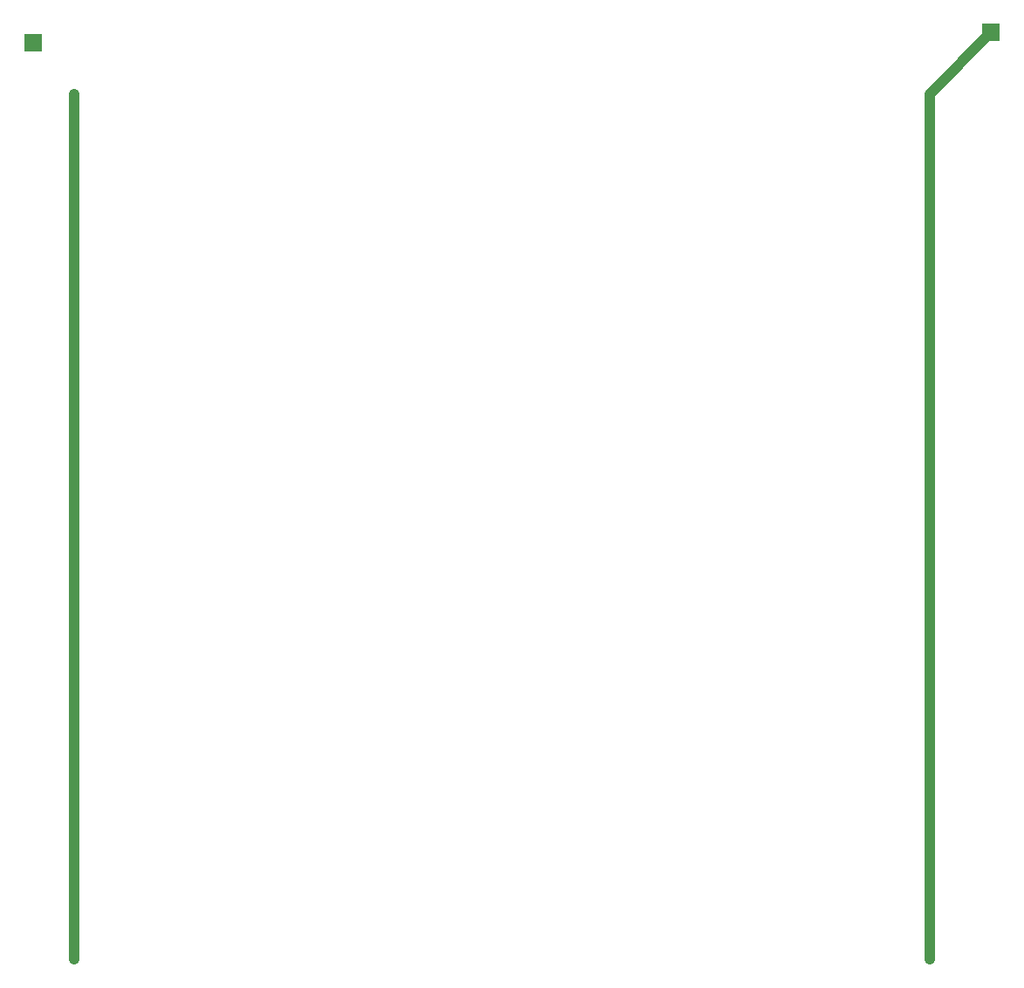
<source format=gbr>
G04 #@! TF.GenerationSoftware,KiCad,Pcbnew,(5.1.5)-3*
G04 #@! TF.CreationDate,2020-04-01T16:02:12+02:00*
G04 #@! TF.ProjectId,elektrode_v1,656c656b-7472-46f6-9465-5f76312e6b69,rev?*
G04 #@! TF.SameCoordinates,Original*
G04 #@! TF.FileFunction,Copper,L2,Bot*
G04 #@! TF.FilePolarity,Positive*
%FSLAX46Y46*%
G04 Gerber Fmt 4.6, Leading zero omitted, Abs format (unit mm)*
G04 Created by KiCad (PCBNEW (5.1.5)-3) date 2020-04-01 16:02:12*
%MOMM*%
%LPD*%
G04 APERTURE LIST*
%ADD10R,1.700000X1.700000*%
%ADD11C,0.800000*%
%ADD12C,1.000000*%
G04 APERTURE END LIST*
D10*
X182000000Y-57000000D03*
X89000000Y-58000000D03*
D11*
X176000000Y-63000000D03*
X176000000Y-69000000D03*
X176000000Y-75000000D03*
X176000000Y-81000000D03*
X176000000Y-87000000D03*
X176000000Y-93000000D03*
X176000000Y-99000000D03*
X176000000Y-105000000D03*
X176000000Y-111000000D03*
X176000000Y-117000000D03*
X176000000Y-123000000D03*
X176000000Y-129000000D03*
X176000000Y-135000000D03*
X176000000Y-141000000D03*
X176000000Y-147000000D03*
X93000000Y-147000000D03*
X93000000Y-141000000D03*
X93000000Y-135000000D03*
X93000000Y-129000000D03*
X93000000Y-123000000D03*
X93000000Y-117000000D03*
X93000000Y-111000000D03*
X93000000Y-105000000D03*
X93000000Y-99000000D03*
X93000000Y-93000000D03*
X93000000Y-87000000D03*
X93000000Y-81000000D03*
X93000000Y-63000000D03*
X93000000Y-69000000D03*
X93000000Y-75000000D03*
D12*
X176000000Y-63000000D02*
X176000000Y-147000000D01*
X93000000Y-147000000D02*
X93000000Y-63000000D01*
X176000000Y-63000000D02*
X182000000Y-57000000D01*
M02*

</source>
